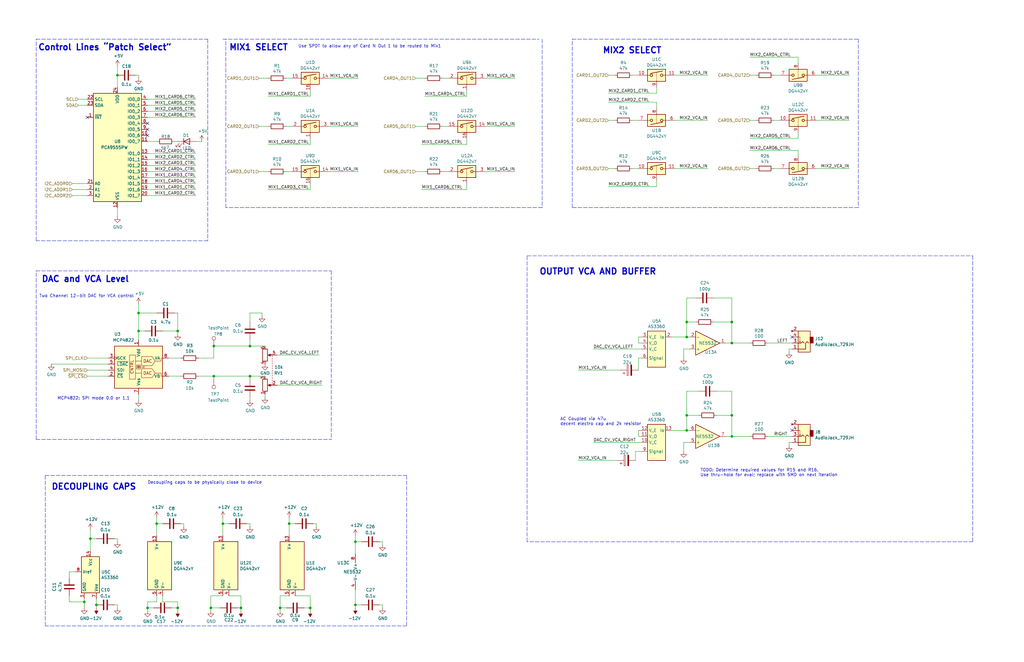
<source format=kicad_sch>
(kicad_sch (version 20230121) (generator eeschema)
  (paper "B")
  (title_block (title "Zoxnoxious Backplane and VCA") (date "2025-06-03") (rev "0.3") (company "Zoxnoxious Engineering"))
  (junction (at 58.42 139.7))
  (junction (at 93.98 220.98))
  (junction (at 149.86 228.6))
  (junction (at 118.11 256.54))
  (junction (at 289.56 175.26))
  (junction (at 90.17 146.05))
  (junction (at 40.64 255.27))
  (junction (at 289.56 135.89))
  (junction (at 74.93 256.54))
  (junction (at 38.1 227.33))
  (junction (at 308.61 144.78))
  (junction (at 105.41 146.05))
  (junction (at 289.56 181.61))
  (junction (at 289.56 142.24))
  (junction (at 35.56 254))
  (junction (at 308.61 135.89))
  (junction (at 49.53 31.75))
  (junction (at 62.23 256.54))
  (junction (at 90.17 158.75))
  (junction (at 149.86 255.27))
  (junction (at 66.04 220.98))
  (junction (at 121.92 220.98))
  (junction (at 88.9 256.54))
  (junction (at 101.6 256.54))
  (junction (at 74.93 139.7))
  (junction (at 308.61 184.15))
  (junction (at 58.42 132.08))
  (junction (at 105.41 158.75))
  (junction (at 308.61 175.26))
  (junction (at 130.81 256.54))
  (no_connect (at 334.01 181.61))
  (no_connect (at 62.23 57.15))
  (no_connect (at 36.83 49.53))
  (no_connect (at 62.23 54.61))
  (no_connect (at 334.01 142.24))
  (no_connect (at 62.23 52.07))
  (wire (pts (xy 283.21 181.61) (xy 289.56 181.61)))
  (wire (pts (xy 111.76 166.37) (xy 111.76 167.64)))
  (wire (pts (xy 288.29 186.69) (xy 288.29 190.5)))
  (wire (pts (xy 62.23 77.47) (xy 82.55 77.47)))
  (wire (pts (xy 308.61 175.26) (xy 308.61 184.15)))
  (wire (pts (xy 302.26 175.26) (xy 308.61 175.26)))
  (wire (pts (xy 100.33 256.54) (xy 101.6 256.54)))
  (wire (pts (xy 74.93 254) (xy 74.93 256.54)))
  (wire (pts (xy 133.35 220.98) (xy 133.35 222.25)))
  (wire (pts (xy 306.07 144.78) (xy 308.61 144.78)))
  (wire (pts (xy 196.85 60.96) (xy 196.85 58.42)))
  (wire (pts (xy 68.58 254) (xy 74.93 254)))
  (wire (pts (xy 57.15 31.75) (xy 58.42 31.75)))
  (wire (pts (xy 243.84 156.21) (xy 261.62 156.21)))
  (wire (pts (xy 58.42 128.27) (xy 58.42 132.08)))
  (polyline (pts (xy 171.45 200.66) (xy 171.45 264.16)) (stroke (width 0) (type dash)))
  (wire (pts (xy 130.81 251.46) (xy 124.46 251.46)))
  (wire (pts (xy 269.24 151.13) (xy 270.51 151.13)))
  (wire (pts (xy 116.84 149.86) (xy 134.62 149.86)))
  (polyline (pts (xy 171.45 264.16) (xy 19.05 264.16)) (stroke (width 0) (type dash)))
  (wire (pts (xy 66.04 226.06) (xy 66.04 220.98)))
  (wire (pts (xy 83.82 151.13) (xy 90.17 151.13)))
  (wire (pts (xy 326.39 71.12) (xy 328.93 71.12)))
  (wire (pts (xy 38.1 227.33) (xy 40.64 227.33)))
  (wire (pts (xy 132.08 220.98) (xy 133.35 220.98)))
  (wire (pts (xy 90.17 146.05) (xy 105.41 146.05)))
  (wire (pts (xy 101.6 251.46) (xy 96.52 251.46)))
  (wire (pts (xy 62.23 44.45) (xy 82.55 44.45)))
  (wire (pts (xy 38.1 232.41) (xy 38.1 227.33)))
  (wire (pts (xy 130.81 60.96) (xy 130.81 58.42)))
  (wire (pts (xy 308.61 135.89) (xy 308.61 125.73)))
  (wire (pts (xy 121.92 251.46) (xy 118.11 251.46)))
  (wire (pts (xy 113.03 80.01) (xy 130.81 80.01)))
  (wire (pts (xy 308.61 184.15) (xy 306.07 184.15)))
  (wire (pts (xy 196.85 80.01) (xy 196.85 77.47)))
  (wire (pts (xy 302.26 165.1) (xy 308.61 165.1)))
  (wire (pts (xy 62.23 64.77) (xy 82.55 64.77)))
  (wire (pts (xy 336.55 24.13) (xy 336.55 26.67)))
  (wire (pts (xy 284.48 31.75) (xy 298.45 31.75)))
  (wire (pts (xy 308.61 165.1) (xy 308.61 175.26)))
  (wire (pts (xy 35.56 254) (xy 35.56 252.73)))
  (polyline (pts (xy 222.25 107.95) (xy 410.21 107.95)) (stroke (width 0) (type dash)))
  (wire (pts (xy 62.23 72.39) (xy 82.55 72.39)))
  (wire (pts (xy 121.92 220.98) (xy 124.46 220.98)))
  (polyline (pts (xy 95.25 87.63) (xy 95.25 16.51)) (stroke (width 0) (type dash)))
  (wire (pts (xy 267.97 190.5) (xy 270.51 190.5)))
  (wire (pts (xy 149.86 248.92) (xy 149.86 255.27)))
  (wire (pts (xy 35.56 256.54) (xy 35.56 254)))
  (wire (pts (xy 90.17 146.05) (xy 90.17 151.13)))
  (wire (pts (xy 93.98 226.06) (xy 93.98 220.98)))
  (wire (pts (xy 62.23 67.31) (xy 82.55 67.31)))
  (wire (pts (xy 259.08 71.12) (xy 256.54 71.12)))
  (wire (pts (xy 120.65 33.02) (xy 123.19 33.02)))
  (wire (pts (xy 336.55 55.88) (xy 336.55 58.42)))
  (wire (pts (xy 90.17 158.75) (xy 90.17 160.02)))
  (wire (pts (xy 344.17 50.8) (xy 358.14 50.8)))
  (wire (pts (xy 48.26 255.27) (xy 49.53 255.27)))
  (wire (pts (xy 186.69 72.39) (xy 189.23 72.39)))
  (wire (pts (xy 308.61 125.73) (xy 300.99 125.73)))
  (wire (pts (xy 76.2 220.98) (xy 77.47 220.98)))
  (wire (pts (xy 152.4 255.27) (xy 149.86 255.27)))
  (polyline (pts (xy 19.05 200.66) (xy 19.05 264.16)) (stroke (width 0) (type dash)))
  (wire (pts (xy 293.37 125.73) (xy 289.56 125.73)))
  (wire (pts (xy 276.86 39.37) (xy 256.54 39.37)))
  (wire (pts (xy 113.03 60.96) (xy 130.81 60.96)))
  (wire (pts (xy 336.55 63.5) (xy 336.55 66.04)))
  (wire (pts (xy 33.02 44.45) (xy 36.83 44.45)))
  (wire (pts (xy 289.56 142.24) (xy 290.83 142.24)))
  (wire (pts (xy 269.24 184.15) (xy 270.51 184.15)))
  (polyline (pts (xy 15.24 101.6) (xy 15.24 16.51)) (stroke (width 0) (type dash)))
  (wire (pts (xy 62.23 49.53) (xy 82.55 49.53)))
  (wire (pts (xy 294.64 165.1) (xy 289.56 165.1)))
  (wire (pts (xy 36.83 156.21) (xy 45.72 156.21)))
  (wire (pts (xy 71.12 158.75) (xy 76.2 158.75)))
  (wire (pts (xy 58.42 132.08) (xy 58.42 139.7)))
  (wire (pts (xy 30.48 77.47) (xy 36.83 77.47)))
  (wire (pts (xy 120.65 53.34) (xy 123.19 53.34)))
  (wire (pts (xy 105.41 168.91) (xy 105.41 167.64)))
  (wire (pts (xy 318.77 71.12) (xy 316.23 71.12)))
  (wire (pts (xy 179.07 53.34) (xy 175.26 53.34)))
  (wire (pts (xy 336.55 58.42) (xy 316.23 58.42)))
  (wire (pts (xy 160.02 228.6) (xy 161.29 228.6)))
  (wire (pts (xy 83.82 158.75) (xy 90.17 158.75)))
  (wire (pts (xy 177.8 80.01) (xy 196.85 80.01)))
  (wire (pts (xy 269.24 142.24) (xy 269.24 144.78)))
  (wire (pts (xy 62.23 254) (xy 66.04 254)))
  (wire (pts (xy 62.23 59.69) (xy 66.04 59.69)))
  (polyline (pts (xy 241.3 87.63) (xy 241.3 16.51)) (stroke (width 0) (type dash)))
  (wire (pts (xy 105.41 146.05) (xy 111.76 146.05)))
  (wire (pts (xy 49.53 36.83) (xy 49.53 31.75)))
  (wire (pts (xy 68.58 251.46) (xy 68.58 254)))
  (wire (pts (xy 276.86 78.74) (xy 256.54 78.74)))
  (wire (pts (xy 308.61 144.78) (xy 316.23 144.78)))
  (wire (pts (xy 269.24 151.13) (xy 269.24 156.21)))
  (wire (pts (xy 270.51 181.61) (xy 269.24 181.61)))
  (wire (pts (xy 113.03 72.39) (xy 109.22 72.39)))
  (wire (pts (xy 118.11 256.54) (xy 120.65 256.54)))
  (wire (pts (xy 29.21 251.46) (xy 29.21 254)))
  (wire (pts (xy 160.02 255.27) (xy 161.29 255.27)))
  (wire (pts (xy 66.04 254) (xy 66.04 251.46)))
  (wire (pts (xy 186.69 33.02) (xy 189.23 33.02)))
  (wire (pts (xy 49.53 255.27) (xy 49.53 256.54)))
  (wire (pts (xy 276.86 36.83) (xy 276.86 39.37)))
  (wire (pts (xy 196.85 40.64) (xy 196.85 38.1)))
  (wire (pts (xy 161.29 255.27) (xy 161.29 256.54)))
  (polyline (pts (xy 361.95 87.63) (xy 241.3 87.63)) (stroke (width 0) (type dash)))
  (wire (pts (xy 283.21 142.24) (xy 289.56 142.24)))
  (wire (pts (xy 40.64 255.27) (xy 40.64 252.73)))
  (wire (pts (xy 104.14 220.98) (xy 105.41 220.98)))
  (wire (pts (xy 88.9 256.54) (xy 92.71 256.54)))
  (wire (pts (xy 243.84 194.31) (xy 260.35 194.31)))
  (polyline (pts (xy 93.98 16.51) (xy 227.33 16.51)) (stroke (width 0) (type dash)))
  (wire (pts (xy 62.23 46.99) (xy 82.55 46.99)))
  (wire (pts (xy 66.04 220.98) (xy 68.58 220.98)))
  (wire (pts (xy 49.53 27.94) (xy 49.53 31.75)))
  (wire (pts (xy 71.12 151.13) (xy 76.2 151.13)))
  (wire (pts (xy 276.86 43.18) (xy 256.54 43.18)))
  (polyline (pts (xy 87.63 101.6) (xy 15.24 101.6)) (stroke (width 0) (type dash)))
  (wire (pts (xy 284.48 71.12) (xy 298.45 71.12)))
  (wire (pts (xy 259.08 31.75) (xy 256.54 31.75)))
  (wire (pts (xy 130.81 256.54) (xy 130.81 251.46)))
  (wire (pts (xy 49.53 91.44) (xy 49.53 87.63)))
  (wire (pts (xy 62.23 82.55) (xy 82.55 82.55)))
  (wire (pts (xy 259.08 50.8) (xy 256.54 50.8)))
  (wire (pts (xy 116.84 162.56) (xy 135.89 162.56)))
  (wire (pts (xy 186.69 53.34) (xy 189.23 53.34)))
  (wire (pts (xy 323.85 184.15) (xy 334.01 184.15)))
  (wire (pts (xy 101.6 256.54) (xy 101.6 251.46)))
  (wire (pts (xy 62.23 80.01) (xy 82.55 80.01)))
  (wire (pts (xy 29.21 241.3) (xy 31.75 241.3)))
  (polyline (pts (xy 241.3 16.51) (xy 361.95 16.51)) (stroke (width 0) (type dash)))
  (wire (pts (xy 336.55 63.5) (xy 316.23 63.5)))
  (wire (pts (xy 270.51 142.24) (xy 269.24 142.24)))
  (wire (pts (xy 300.99 135.89) (xy 308.61 135.89)))
  (wire (pts (xy 62.23 41.91) (xy 82.55 41.91)))
  (wire (pts (xy 90.17 158.75) (xy 105.41 158.75)))
  (wire (pts (xy 40.64 256.54) (xy 40.64 255.27)))
  (wire (pts (xy 62.23 256.54) (xy 62.23 257.81)))
  (polyline (pts (xy 15.24 185.42) (xy 139.7 185.42)) (stroke (width 0) (type dash)))
  (wire (pts (xy 179.07 40.64) (xy 196.85 40.64)))
  (wire (pts (xy 105.41 158.75) (xy 111.76 158.75)))
  (polyline (pts (xy 410.21 107.95) (xy 410.21 228.6)) (stroke (width 0) (type dash)))
  (wire (pts (xy 36.83 151.13) (xy 45.72 151.13)))
  (wire (pts (xy 93.98 220.98) (xy 96.52 220.98)))
  (wire (pts (xy 105.41 132.08) (xy 105.41 135.89)))
  (wire (pts (xy 30.48 80.01) (xy 36.83 80.01)))
  (wire (pts (xy 74.93 132.08) (xy 74.93 139.7)))
  (wire (pts (xy 294.64 175.26) (xy 289.56 175.26)))
  (wire (pts (xy 88.9 256.54) (xy 88.9 257.81)))
  (wire (pts (xy 250.19 186.69) (xy 270.51 186.69)))
  (polyline (pts (xy 228.6 87.63) (xy 95.25 87.63)) (stroke (width 0) (type dash)))
  (wire (pts (xy 121.92 220.98) (xy 121.92 218.44)))
  (wire (pts (xy 72.39 256.54) (xy 74.93 256.54)))
  (polyline (pts (xy 228.6 16.51) (xy 228.6 87.63)) (stroke (width 0) (type dash)))
  (wire (pts (xy 323.85 144.78) (xy 334.01 144.78)))
  (wire (pts (xy 177.8 60.96) (xy 196.85 60.96)))
  (wire (pts (xy 179.07 72.39) (xy 175.26 72.39)))
  (wire (pts (xy 105.41 220.98) (xy 105.41 222.25)))
  (wire (pts (xy 289.56 125.73) (xy 289.56 135.89)))
  (wire (pts (xy 250.19 147.32) (xy 270.51 147.32)))
  (wire (pts (xy 74.93 256.54) (xy 74.93 257.81)))
  (wire (pts (xy 101.6 257.81) (xy 101.6 256.54)))
  (wire (pts (xy 110.49 133.35) (xy 110.49 132.08)))
  (wire (pts (xy 93.98 251.46) (xy 88.9 251.46)))
  (wire (pts (xy 62.23 74.93) (xy 82.55 74.93)))
  (wire (pts (xy 266.7 50.8) (xy 269.24 50.8)))
  (polyline (pts (xy 361.95 16.51) (xy 361.95 87.63)) (stroke (width 0) (type dash)))
  (wire (pts (xy 332.74 147.32) (xy 332.74 148.59)))
  (wire (pts (xy 308.61 144.78) (xy 308.61 135.89)))
  (wire (pts (xy 332.74 186.69) (xy 332.74 187.96)))
  (wire (pts (xy 29.21 254) (xy 35.56 254)))
  (wire (pts (xy 284.48 50.8) (xy 298.45 50.8)))
  (wire (pts (xy 33.02 41.91) (xy 36.83 41.91)))
  (wire (pts (xy 138.43 33.02) (xy 151.13 33.02)))
  (polyline (pts (xy 15.24 16.51) (xy 87.63 16.51)) (stroke (width 0) (type dash)))
  (wire (pts (xy 161.29 228.6) (xy 161.29 229.87)))
  (wire (pts (xy 290.83 147.32) (xy 288.29 147.32)))
  (wire (pts (xy 88.9 251.46) (xy 88.9 256.54)))
  (wire (pts (xy 30.48 82.55) (xy 36.83 82.55)))
  (wire (pts (xy 276.86 43.18) (xy 276.86 45.72)))
  (wire (pts (xy 334.01 147.32) (xy 332.74 147.32)))
  (wire (pts (xy 66.04 220.98) (xy 66.04 218.44)))
  (wire (pts (xy 269.24 181.61) (xy 269.24 184.15)))
  (wire (pts (xy 149.86 233.68) (xy 149.86 228.6)))
  (wire (pts (xy 36.83 158.75) (xy 45.72 158.75)))
  (wire (pts (xy 290.83 186.69) (xy 288.29 186.69)))
  (wire (pts (xy 58.42 139.7) (xy 58.42 143.51)))
  (wire (pts (xy 204.47 53.34) (xy 217.17 53.34)))
  (wire (pts (xy 149.86 256.54) (xy 149.86 255.27)))
  (polyline (pts (xy 410.21 228.6) (xy 222.25 228.6)) (stroke (width 0) (type dash)))
  (wire (pts (xy 121.92 226.06) (xy 121.92 220.98)))
  (wire (pts (xy 58.42 168.91) (xy 58.42 166.37)))
  (wire (pts (xy 113.03 40.64) (xy 130.81 40.64)))
  (wire (pts (xy 58.42 31.75) (xy 58.42 33.02)))
  (wire (pts (xy 45.72 153.67) (xy 21.59 153.67)))
  (wire (pts (xy 130.81 257.81) (xy 130.81 256.54)))
  (wire (pts (xy 318.77 31.75) (xy 316.23 31.75)))
  (wire (pts (xy 113.03 53.34) (xy 109.22 53.34)))
  (wire (pts (xy 128.27 256.54) (xy 130.81 256.54)))
  (wire (pts (xy 344.17 31.75) (xy 358.14 31.75)))
  (wire (pts (xy 267.97 194.31) (xy 267.97 190.5)))
  (polyline (pts (xy 222.25 228.6) (xy 222.25 107.95)) (stroke (width 0) (type dash)))
  (wire (pts (xy 130.81 80.01) (xy 130.81 77.47)))
  (wire (pts (xy 113.03 33.02) (xy 109.22 33.02)))
  (wire (pts (xy 74.93 140.97) (xy 74.93 139.7)))
  (polyline (pts (xy 15.24 114.3) (xy 139.7 114.3)) (stroke (width 0) (type dash)))
  (wire (pts (xy 62.23 256.54) (xy 64.77 256.54)))
  (polyline (pts (xy 87.63 16.51) (xy 87.63 101.6)) (stroke (width 0) (type dash)))
  (wire (pts (xy 344.17 71.12) (xy 358.14 71.12)))
  (wire (pts (xy 289.56 175.26) (xy 289.56 181.61)))
  (polyline (pts (xy 15.24 185.42) (xy 15.24 114.3)) (stroke (width 0) (type dash)))
  (wire (pts (xy 276.86 76.2) (xy 276.86 78.74)))
  (wire (pts (xy 66.04 132.08) (xy 58.42 132.08)))
  (polyline (pts (xy 139.7 114.3) (xy 139.7 185.42)) (stroke (width 0) (type dash)))
  (wire (pts (xy 293.37 135.89) (xy 289.56 135.89)))
  (wire (pts (xy 118.11 251.46) (xy 118.11 256.54)))
  (wire (pts (xy 110.49 132.08) (xy 105.41 132.08)))
  (wire (pts (xy 49.53 227.33) (xy 49.53 228.6)))
  (wire (pts (xy 73.66 59.69) (xy 74.93 59.69)))
  (wire (pts (xy 138.43 53.34) (xy 151.13 53.34)))
  (wire (pts (xy 179.07 33.02) (xy 175.26 33.02)))
  (wire (pts (xy 130.81 40.64) (xy 130.81 38.1)))
  (wire (pts (xy 326.39 31.75) (xy 328.93 31.75)))
  (wire (pts (xy 93.98 220.98) (xy 93.98 218.44)))
  (wire (pts (xy 85.09 59.69) (xy 82.55 59.69)))
  (polyline (pts (xy 19.05 200.66) (xy 171.45 200.66)) (stroke (width 0) (type dash)))
  (wire (pts (xy 120.65 72.39) (xy 123.19 72.39)))
  (wire (pts (xy 38.1 227.33) (xy 38.1 223.52)))
  (wire (pts (xy 138.43 72.39) (xy 151.13 72.39)))
  (wire (pts (xy 288.29 147.32) (xy 288.29 151.13)))
  (wire (pts (xy 62.23 254) (xy 62.23 256.54)))
  (wire (pts (xy 77.47 220.98) (xy 77.47 222.25)))
  (wire (pts (xy 149.86 228.6) (xy 149.86 226.06)))
  (wire (pts (xy 48.26 227.33) (xy 49.53 227.33)))
  (wire (pts (xy 269.24 144.78) (xy 270.51 144.78)))
  (wire (pts (xy 29.21 243.84) (xy 29.21 241.3)))
  (wire (pts (xy 62.23 69.85) (xy 82.55 69.85)))
  (wire (pts (xy 266.7 71.12) (xy 269.24 71.12)))
  (wire (pts (xy 74.93 139.7) (xy 68.58 139.7)))
  (wire (pts (xy 118.11 256.54) (xy 118.11 257.81)))
  (wire (pts (xy 326.39 50.8) (xy 328.93 50.8)))
  (wire (pts (xy 289.56 165.1) (xy 289.56 175.26)))
  (wire (pts (xy 105.41 160.02) (xy 105.41 158.75)))
  (wire (pts (xy 308.61 184.15) (xy 316.23 184.15)))
  (wire (pts (xy 289.56 181.61) (xy 290.83 181.61)))
  (wire (pts (xy 60.96 139.7) (xy 58.42 139.7)))
  (wire (pts (xy 105.41 143.51) (xy 105.41 146.05)))
  (wire (pts (xy 336.55 24.13) (xy 316.23 24.13)))
  (wire (pts (xy 289.56 135.89) (xy 289.56 142.24)))
  (wire (pts (xy 318.77 50.8) (xy 316.23 50.8)))
  (wire (pts (xy 149.86 228.6) (xy 152.4 228.6)))
  (wire (pts (xy 334.01 186.69) (xy 332.74 186.69)))
  (wire (pts (xy 266.7 31.75) (xy 269.24 31.75)))
  (wire (pts (xy 73.66 132.08) (xy 74.93 132.08)))
  (wire (pts (xy 204.47 33.02) (xy 217.17 33.02)))
  (wire (pts (xy 204.47 72.39) (xy 217.17 72.39)))
  (text "Two Channel 12-bit DAC for VCA control" (at 16.51 125.73 0) (effects (font (size 1.27 1.27)) (justify left bottom)))
  (text "DECOUPLING CAPS" (at 21.59 207.01 0) (effects (font (size 2.54 2.54) (thickness 0.508) bold) (justify left bottom)))
  (text "TODO: Determine required values for R15 and R16.\nUse thru-hole for eval; replace with SMD on next iteration" (at 295.275 201.295 0) (effects (font (size 1.27 1.27)) (justify left bottom)))
  (text "Decoupling caps to be physically close to device" (at 110.49 204.47 0) (effects (font (size 1.27 1.27)) (justify right bottom)))
  (text "DAC and VCA Level" (at 54.61 119.38 0) (effects (font (size 2.54 2.54) (thickness 0.508) bold) (justify right bottom)))
  (text "Use SPDT to allow any of Card N Out 1 to be routed to Mix1" (at 125.73 20.32 0) (effects (font (size 1.27 1.27)) (justify left bottom)))
  (text "MIX2 SELECT" (at 254 22.86 0) (effects (font (size 2.54 2.54) (thickness 0.508) bold) (justify left bottom)))
  (text "OUTPUT VCA AND BUFFER" (at 227.33 116.205 0) (effects (font (size 2.54 2.54) (thickness 0.508) bold) (justify left bottom)))
  (text "AC Coupled via 47u\ndecent electro cap and 2k resistor" (at 236.22 179.705 0) (effects (font (size 1.27 1.27)) (justify left bottom)))
  (text "MCP4822: SPI mode 0,0 or 1,1" (at 24.13 168.91 0) (effects (font (size 1.27 1.27)) (justify left bottom)))
  (text "MIX1 SELECT" (at 96.52 21.59 0) (effects (font (size 2.54 2.54) (thickness 0.508) bold) (justify left bottom)))
  (text "Control Lines “Patch Select”" (at 72.39 21.59 0) (effects (font (size 2.54 2.54) (thickness 0.508) bold) (justify right bottom)))
  (label "LEFT" (at 327.66 144.78 0))
  (label "MIX1_CARD1_CTRL" (at 82.55 80.01 180))
  (label "MIX1_VCA_IN" (at 151.13 53.34 180))
  (label "MIX2_CARD3_CTRL" (at 256.54 78.74 0))
  (label "MIX1_CARD6_CTRL" (at 82.55 41.91 180))
  (label "MIX1_CARD4_CTRL" (at 82.55 77.47 180))
  (label "MIX1_CARD3_CTRL" (at 82.55 74.93 180))
  (label "MIX2_CARD1_CTRL" (at 256.54 39.37 0))
  (label "DAC_CV_VCA_LEFT" (at 250.19 147.32 0))
  (label "MIX1_VCA_IN" (at 217.17 33.02 180))
  (label "MIX1_CARD6_CTRL" (at 177.8 80.01 0))
  (label "MIX1_VCA_IN" (at 151.13 72.39 180))
  (label "MIX2_VCA_IN" (at 358.14 71.12 180))
  (label "MIX2_CARD3_CTRL" (at 82.55 69.85 180))
  (label "MIX1_CARD1_CTRL" (at 113.03 40.64 0))
  (label "MIX2_VCA_IN" (at 358.14 50.8 180))
  (label "MIX1_VCA_IN" (at 243.84 156.21 0))
  (label "MIX1_CARD5_CTRL" (at 177.8 60.96 0))
  (label "MIX1_CARD3_CTRL" (at 113.03 80.01 0))
  (label "MIX2_CARD5_CTRL" (at 316.23 58.42 0))
  (label "MIX1_VCA_IN" (at 217.17 72.39 180))
  (label "MIX1_CARD2_CTRL" (at 113.03 60.96 0))
  (label "MIX2_VCA_IN" (at 358.14 31.75 180))
  (label "MIX2_CARD2_CTRL" (at 256.54 43.18 0))
  (label "DAC_CV_VCA_RIGHT" (at 250.19 186.69 0))
  (label "MIX1_CARD5_CTRL" (at 82.55 44.45 180))
  (label "MIX2_CARD4_CTRL" (at 316.23 24.13 0))
  (label "MIX2_CARD4_CTRL" (at 82.55 72.39 180))
  (label "MIX2_VCA_IN" (at 298.45 71.12 180))
  (label "MIX2_VCA_IN" (at 243.84 194.31 0))
  (label "MIX2_CARD6_CTRL" (at 316.23 63.5 0))
  (label "MIX2_CARD1_CTRL" (at 82.55 64.77 180))
  (label "MIX2_CARD5_CTRL" (at 82.55 46.99 180))
  (label "MIX2_CARD2_CTRL" (at 82.55 67.31 180))
  (label "MIX1_VCA_IN" (at 151.13 33.02 180))
  (label "MIX2_CARD6_CTRL" (at 82.55 49.53 180))
  (label "MIX1_CARD2_CTRL" (at 82.55 82.55 180))
  (label "MIX2_VCA_IN" (at 298.45 31.75 180))
  (label "RIGHT" (at 326.39 184.15 0))
  (label "MIX1_VCA_IN" (at 217.17 53.34 180))
  (label "MIX1_CARD4_CTRL" (at 179.07 40.64 0))
  (label "MIX2_VCA_IN" (at 298.45 50.8 180))
  (label "DAC_CV_VCA_RIGHT" (at 135.89 162.56 180))
  (label "DAC_CV_VCA_LEFT" (at 134.62 149.86 180))
  (hierarchical_label "CARD6_OUT1" (shape input) (at 175.26 72.39 180))
  (hierarchical_label "CARD2_OUT2" (shape input) (at 256.54 50.8 180))
  (hierarchical_label "SPI_MOSI" (shape input) (at 36.83 156.21 180))
  (hierarchical_label "CARD6_OUT2" (shape input) (at 316.23 71.12 180))
  (hierarchical_label "CARD5_OUT2" (shape input) (at 316.23 50.8 180))
  (hierarchical_label "CARD1_OUT2" (shape input) (at 256.54 31.75 180))
  (hierarchical_label "CARD4_OUT2" (shape input) (at 316.23 31.75 180))
  (hierarchical_label "~{SPI_CS}" (shape input) (at 36.83 158.75 180))
  (hierarchical_label "SPI_CLK" (shape input) (at 36.83 151.13 180))
  (hierarchical_label "CARD2_OUT1" (shape input) (at 109.22 53.34 180))
  (hierarchical_label "SCL" (shape input) (at 33.02 41.91 180))
  (hierarchical_label "I2C_ADDR1" (shape input) (at 30.48 80.01 180))
  (hierarchical_label "CARD1_OUT1" (shape input) (at 109.22 33.02 180))
  (hierarchical_label "SDA" (shape input) (at 33.02 44.45 180))
  (hierarchical_label "I2C_ADDR2" (shape input) (at 30.48 82.55 180))
  (hierarchical_label "CARD3_OUT2" (shape input) (at 256.54 71.12 180))
  (hierarchical_label "CARD3_OUT1" (shape input) (at 109.22 72.39 180))
  (hierarchical_label "I2C_ADDR0" (shape input) (at 30.48 77.47 180))
  (hierarchical_label "CARD5_OUT1" (shape input) (at 175.26 53.34 180))
  (hierarchical_label "CARD4_OUT1" (shape input) (at 175.26 33.02 180))
  (symbol (lib_id "power:+5V") (at 58.42 128.27 0) (unit 1)
    (property "Reference" "#PWR035" (effects hide))
    (property "Value" "+5V" (at 58.801 123.8758 0))
  )
  (symbol (lib_id "Device:C") (at 64.77 139.7 270) (unit 1)
    (property "Reference" "C3" (at 64.77 135.89 90))
    (property "Value" "0.1u" (at 64.77 143.51 90))
    (property "Footprint" "Capacitor_SMD:C_0603_1608Metric" (effects hide))
    (property "LCSC" "C14663" (effects hide))
  )
  (symbol (lib_id "Device:C") (at 69.85 132.08 270) (unit 1)
    (property "Reference" "C1" (at 69.85 128.27 90))
    (property "Value" "4.7u" (at 69.85 135.89 90))
    (property "Footprint" "Capacitor_SMD:C_0805_2012Metric" (effects hide))
    (property "LCSC" "C1779" (effects hide))
  )
  (symbol (lib_id "power:GND") (at 74.93 140.97 0) (unit 1)
    (property "Reference" "#PWR040" (effects hide))
    (property "Value" "GND" (at 75.057 145.3642 0))
  )
  (symbol (lib_id "power:GND") (at 58.42 168.91 0) (unit 1)
    (property "Reference" "#PWR036" (effects hide))
    (property "Value" "GND" (at 58.547 173.3042 0))
  )
  (symbol (lib_id "Interface_Expansion:PCA9555PW") (at 49.53 62.23 0) (unit 1)
    (property "Reference" "U8" (at 49.53 59.69 0))
    (property "Value" "PCA9555PW" (at 48.26 62.23 0))
    (property "Footprint" "Package_SO:TSSOP-24_4.4x7.8mm_P0.65mm" (effects hide))
    (property "Datasheet" "https://www.nxp.com/docs/en/data-sheet/PCA9555.pdf" (effects hide))
    (property "LCSC" "C83265" (effects hide))
  )
  (symbol (lib_id "Device:C") (at 53.34 31.75 270) (unit 1)
    (property "Reference" "C18" (at 53.34 27.94 90))
    (property "Value" "0.1u" (at 53.34 35.56 90))
    (property "Footprint" "Capacitor_SMD:C_0603_1608Metric" (effects hide))
    (property "LCSC" "C14663" (effects hide))
  )
  (symbol (lib_id "power:+5V") (at 49.53 27.94 0) (unit 1)
    (property "Reference" "#PWR030" (effects hide))
    (property "Value" "+5V" (at 49.911 23.5458 0))
  )
  (symbol (lib_id "power:GND") (at 58.42 33.02 0) (unit 1)
    (property "Reference" "#PWR033" (effects hide))
    (property "Value" "GND" (at 58.547 37.4142 0))
  )
  (symbol (lib_id "power:GND") (at 49.53 91.44 0) (unit 1)
    (property "Reference" "#PWR031" (effects hide))
    (property "Value" "GND" (at 49.657 95.8342 0))
  )
  (symbol (lib_id "vca_backplane:AS3360") (at 276.86 146.05 0) (unit 1)
    (property "Reference" "U5" (at 276.86 135.4582 0))
    (property "Value" "AS3360" (at 276.86 137.7696 0))
    (property "Footprint" "Package_SO:SOIC-14_3.9x8.7mm_P1.27mm" (effects hide))
    (property "Datasheet" "http://www.alfarzpp.lv/eng/sc/AS3360.pdf" (effects hide))
  )
  (symbol (lib_id "vca_backplane:AS3360") (at 276.86 185.42 0) (unit 2)
    (property "Reference" "U5" (at 276.86 174.8282 0))
    (property "Value" "AS3360" (at 276.86 177.1396 0))
    (property "Footprint" "Package_SO:SOIC-14_3.9x8.7mm_P1.27mm" (effects hide))
    (property "Datasheet" "http://www.alfarzpp.lv/eng/sc/AS3360.pdf" (effects hide))
  )
  (symbol (lib_id "vca_backplane:AS3360") (at 38.1 241.3 0) (unit 3)
    (property "Reference" "U5" (at 42.672 241.4016 0) (effects (justify left)))
    (property "Value" "AS3360" (at 42.672 243.713 0) (effects (justify left)))
    (property "Footprint" "Package_SO:SOIC-14_3.9x8.7mm_P1.27mm" (effects hide))
    (property "Datasheet" "http://www.alfarzpp.lv/eng/sc/AS3360.pdf" (effects hide))
  )
  (symbol (lib_id "Device:C") (at 44.45 227.33 90) (unit 1)
    (property "Reference" "C13" (at 44.45 220.98 90))
    (property "Value" "0.1u" (at 44.45 223.52 90))
    (property "Footprint" "Capacitor_SMD:C_0603_1608Metric" (effects hide))
    (property "LCSC" "C14663" (effects hide))
  )
  (symbol (lib_id "power:+12V") (at 38.1 223.52 0) (unit 1)
    (property "Reference" "#PWR034" (effects hide))
    (property "Value" "+12V" (at 38.481 219.1258 0))
  )
  (symbol (lib_id "power:-12V") (at 40.64 256.54 180) (unit 1)
    (property "Reference" "#PWR037" (effects hide))
    (property "Value" "-12V" (at 40.259 260.9342 0))
  )
  (symbol (lib_id "Device:C") (at 44.45 255.27 90) (unit 1)
    (property "Reference" "C10" (at 44.45 248.92 90))
    (property "Value" "0.1u" (at 44.45 251.46 90))
    (property "Footprint" "Capacitor_SMD:C_0603_1608Metric" (effects hide))
    (property "LCSC" "C14663" (effects hide))
  )
  (symbol (lib_id "power:GND") (at 49.53 256.54 0) (unit 1)
    (property "Reference" "#PWR039" (effects hide))
    (property "Value" "GND" (at 49.657 260.9342 0))
  )
  (symbol (lib_id "power:GND") (at 49.53 228.6 0) (unit 1)
    (property "Reference" "#PWR038" (effects hide))
    (property "Value" "GND" (at 49.657 232.9942 0))
  )
  (symbol (lib_id "power:GND") (at 35.56 256.54 0) (unit 1)
    (property "Reference" "#PWR032" (effects hide))
    (property "Value" "GND" (at 35.687 260.9342 0))
  )
  (symbol (lib_id "Device:C") (at 29.21 247.65 180) (unit 1)
    (property "Reference" "C11" (at 22.86 247.65 90))
    (property "Value" "4.7n" (at 25.4 247.65 90))
    (property "Footprint" "Capacitor_SMD:C_0603_1608Metric" (effects hide))
    (property "LCSC" "C53987" (effects hide))
  )
  (symbol (lib_id "Amplifier_Operational:NE5532") (at 298.45 144.78 0) (mirror x) (unit 1)
    (property "Reference" "U13" (at 299.72 148.59 0))
    (property "Value" "NE5532" (at 298.45 144.78 0))
    (property "Footprint" "Package_SO:SOIC-8_3.9x4.9mm_P1.27mm" (effects hide))
    (property "Datasheet" "http://www.ti.com/lit/ds/symlink/ne5532.pdf" (effects hide))
    (property "LCSC" "C7426" (effects hide))
  )
  (symbol (lib_id "Amplifier_Operational:NE5532") (at 298.45 184.15 0) (mirror x) (unit 2)
    (property "Reference" "U13" (at 300.99 187.96 0))
    (property "Value" "NE5532" (at 297.18 184.15 0))
    (property "Footprint" "Package_SO:SOIC-8_3.9x4.9mm_P1.27mm" (effects hide))
    (property "Datasheet" "http://www.ti.com/lit/ds/symlink/ne5532.pdf" (effects hide))
    (property "LCSC" "C7426" (effects hide))
  )
  (symbol (lib_id "power:GND") (at 21.59 153.67 0) (unit 1)
    (property "Reference" "#PWR029" (effects hide))
    (property "Value" "GND" (at 21.717 158.0642 0))
  )
  (symbol (lib_id "Connector:TestPoint") (at 90.17 160.02 180) (unit 1)
    (property "Reference" "TP7" (at 88.9 166.37 0) (effects (justify right)))
    (property "Value" "TestPoint" (at 87.63 168.91 0) (effects (justify right)))
    (property "Footprint" "TestPoint:TestPoint_Pad_2.0x2.0mm" (effects hide))
    (property "Digikey" "952-2664-2-ND" (effects hide))
  )
  (symbol (lib_id "Connector:TestPoint") (at 90.17 146.05 0) (unit 1)
    (property "Reference" "TP8" (at 90.17 140.97 0) (effects (justify left)))
    (property "Value" "TestPoint" (at 87.63 138.43 0) (effects (justify left)))
    (property "Footprint" "TestPoint:TestPoint_Pad_2.0x2.0mm" (effects hide))
    (property "Digikey" "952-2664-2-ND" (effects hide))
  )
  (symbol (lib_id "Device:LED") (at 78.74 59.69 0) (unit 1)
    (property "Reference" "D1" (at 78.486 57.15 0))
    (property "Value" "LED" (at 78.74 62.484 0))
    (property "Footprint" "LED_SMD:LED_0603_1608Metric" (effects hide))
    (property "LCSC" "C2286" (effects hide))
  )
  (symbol (lib_id "Device:R") (at 69.85 59.69 270) (unit 1)
    (property "Reference" "R18" (at 69.85 57.658 90))
    (property "Value" "4k7" (at 69.596 62.23 90))
    (property "Footprint" "Resistor_SMD:R_0603_1608Metric" (effects hide))
    (property "LCSC" "C23162" (effects hide))
  )
  (symbol (lib_id "power:+5V") (at 85.09 59.69 0) (unit 1)
    (property "Reference" "#PWR0172" (effects hide))
    (property "Value" "+5V" (at 85.471 55.2958 0))
  )
  (symbol (lib_id "Device:R") (at 262.89 31.75 270) (unit 1)
    (property "Reference" "R4" (at 262.89 26.4922 90))
    (property "Value" "47k" (at 262.89 28.8036 90))
    (property "Footprint" "Resistor_SMD:R_0603_1608Metric" (effects hide))
    (property "LCSC" "C25819" (effects hide))
  )
  (symbol (lib_id "Device:R") (at 116.84 53.34 270) (unit 1)
    (property "Reference" "R9" (at 116.84 48.0822 90))
    (property "Value" "47k" (at 116.84 50.3936 90))
    (property "Footprint" "Resistor_SMD:R_0603_1608Metric" (effects hide))
    (property "LCSC" "C25819" (effects hide))
  )
  (symbol (lib_id "Device:R") (at 262.89 71.12 270) (unit 1)
    (property "Reference" "R12" (at 262.89 65.8622 90))
    (property "Value" "47k" (at 262.89 68.1736 90))
    (property "Footprint" "Resistor_SMD:R_0603_1608Metric" (effects hide))
    (property "LCSC" "C25819" (effects hide))
  )
  (symbol (lib_id "Device:R") (at 182.88 33.02 270) (unit 1)
    (property "Reference" "R17" (at 182.88 27.7622 90))
    (property "Value" "47k" (at 182.88 30.0736 90))
    (property "Footprint" "Resistor_SMD:R_0603_1608Metric" (effects hide))
    (property "LCSC" "C25819" (effects hide))
  )
  (symbol (lib_id "Device:R") (at 182.88 53.34 270) (unit 1)
    (property "Reference" "R21" (at 182.88 48.0822 90))
    (property "Value" "47k" (at 182.88 50.3936 90))
    (property "Footprint" "Resistor_SMD:R_0603_1608Metric" (effects hide))
    (property "LCSC" "C25819" (effects hide))
  )
  (symbol (lib_id "Device:R") (at 182.88 72.39 270) (unit 1)
    (property "Reference" "R22" (at 182.88 67.1322 90))
    (property "Value" "47k" (at 182.88 69.4436 90))
    (property "Footprint" "Resistor_SMD:R_0603_1608Metric" (effects hide))
    (property "LCSC" "C25819" (effects hide))
  )
  (symbol (lib_id "Device:C") (at 72.39 220.98 90) (unit 1)
    (property "Reference" "C8" (at 72.39 214.63 90))
    (property "Value" "0.1u" (at 72.39 217.17 90))
    (property "Footprint" "Capacitor_SMD:C_0603_1608Metric" (effects hide))
    (property "LCSC" "C14663" (effects hide))
  )
  (symbol (lib_id "power:+12V") (at 66.04 218.44 0) (unit 1)
    (property "Reference" "#PWR0153" (effects hide))
    (property "Value" "+12V" (at 66.421 214.0458 0))
  )
  (symbol (lib_id "power:GND") (at 77.47 222.25 0) (unit 1)
    (property "Reference" "#PWR0154" (effects hide))
    (property "Value" "GND" (at 77.597 226.6442 0))
  )
  (symbol (lib_id "power:-12V") (at 74.93 257.81 180) (unit 1)
    (property "Reference" "#PWR0155" (effects hide))
    (property "Value" "-12V" (at 74.549 262.2042 0))
  )
  (symbol (lib_id "Device:C") (at 68.58 256.54 90) (unit 1)
    (property "Reference" "C17" (at 67.945 262.255 90))
    (property "Value" "0.1u" (at 67.31 260.35 90))
    (property "Footprint" "Capacitor_SMD:C_0603_1608Metric" (effects hide))
    (property "LCSC" "C14663" (effects hide))
  )
  (symbol (lib_id "power:GND") (at 62.23 257.81 0) (unit 1)
    (property "Reference" "#PWR0156" (effects hide))
    (property "Value" "GND" (at 62.357 262.2042 0))
  )
  (symbol (lib_id "Device:C") (at 100.33 220.98 90) (unit 1)
    (property "Reference" "C23" (at 100.33 214.63 90))
    (property "Value" "0.1u" (at 100.33 217.17 90))
    (property "Footprint" "Capacitor_SMD:C_0603_1608Metric" (effects hide))
    (property "LCSC" "C14663" (effects hide))
  )
  (symbol (lib_id "power:+12V") (at 93.98 218.44 0) (unit 1)
    (property "Reference" "#PWR0158" (effects hide))
    (property "Value" "+12V" (at 94.361 214.0458 0))
  )
  (symbol (lib_id "power:GND") (at 105.41 222.25 0) (unit 1)
    (property "Reference" "#PWR0159" (effects hide))
    (property "Value" "GND" (at 105.537 226.6442 0))
  )
  (symbol (lib_id "power:-12V") (at 101.6 257.81 180) (unit 1)
    (property "Reference" "#PWR0160" (effects hide))
    (property "Value" "-12V" (at 101.219 262.2042 0))
  )
  (symbol (lib_id "Device:C") (at 96.52 256.54 90) (unit 1)
    (property "Reference" "C22" (at 96.52 261.62 90))
    (property "Value" "0.1u" (at 96.52 259.715 90))
    (property "Footprint" "Capacitor_SMD:C_0603_1608Metric" (effects hide))
    (property "LCSC" "C14663" (effects hide))
  )
  (symbol (lib_id "power:GND") (at 88.9 257.81 0) (unit 1)
    (property "Reference" "#PWR0162" (effects hide))
    (property "Value" "GND" (at 89.027 262.2042 0))
  )
  (symbol (lib_id "power:GND") (at 288.29 190.5 0) (unit 1)
    (property "Reference" "#PWR0163" (effects hide))
    (property "Value" "GND" (at 288.417 194.8942 0))
  )
  (symbol (lib_id "power:GND") (at 288.29 151.13 0) (unit 1)
    (property "Reference" "#PWR0164" (effects hide))
    (property "Value" "GND" (at 288.417 155.5242 0))
  )
  (symbol (lib_id "Device:R") (at 297.18 135.89 270) (unit 1)
    (property "Reference" "R25" (at 297.18 130.6322 90))
    (property "Value" "47k" (at 297.18 132.9436 90))
    (property "Footprint" "Resistor_SMD:R_0603_1608Metric" (effects hide))
    (property "LCSC" "C25819" (effects hide))
  )
  (symbol (lib_id "Device:C") (at 297.18 125.73 90) (unit 1)
    (property "Reference" "C24" (at 297.18 119.38 90))
    (property "Value" "100p" (at 297.18 121.92 90))
    (property "Footprint" "Capacitor_SMD:C_0603_1608Metric" (effects hide))
    (property "LCSC" "C14858" (effects hide))
  )
  (symbol (lib_id "Device:R") (at 298.45 175.26 270) (unit 1)
    (property "Reference" "R24" (at 298.45 170.0022 90))
    (property "Value" "47k" (at 298.45 172.3136 90))
    (property "Footprint" "Resistor_SMD:R_0603_1608Metric" (effects hide))
    (property "LCSC" "C25819" (effects hide))
  )
  (symbol (lib_id "Device:C") (at 298.45 165.1 90) (unit 1)
    (property "Reference" "C25" (at 298.45 158.75 90))
    (property "Value" "100p" (at 298.45 161.29 90))
    (property "Footprint" "Capacitor_SMD:C_0603_1608Metric" (effects hide))
    (property "LCSC" "C14858" (effects hide))
  )
  (symbol (lib_id "Device:R") (at 320.04 144.78 270) (unit 1)
    (property "Reference" "R28" (at 320.04 139.5222 90))
    (property "Value" "100" (at 320.04 141.8336 90))
    (property "Footprint" "Resistor_SMD:R_0603_1608Metric" (effects hide))
    (property "LCSC" "C22775" (effects hide))
  )
  (symbol (lib_id "Device:R") (at 320.04 184.15 270) (unit 1)
    (property "Reference" "R27" (at 320.04 178.8922 90))
    (property "Value" "100" (at 320.04 181.2036 90))
    (property "Footprint" "Resistor_SMD:R_0603_1608Metric" (effects hide))
    (property "LCSC" "C22775" (effects hide))
  )
  (symbol (lib_id "Amplifier_Operational:NE5532") (at 147.32 241.3 0) (mirror y) (unit 3)
    (property "Reference" "U13" (at 144.78 237.49 0))
    (property "Value" "NE5532" (at 148.59 241.3 0))
    (property "Footprint" "Package_SO:SOIC-8_3.9x4.9mm_P1.27mm" (effects hide))
    (property "Datasheet" "http://www.ti.com/lit/ds/symlink/ne5532.pdf" (effects hide))
    (property "LCSC" "C7426" (effects hide))
  )
  (symbol (lib_id "Device:C") (at 156.21 228.6 90) (unit 1)
    (property "Reference" "C26" (at 156.21 222.25 90))
    (property "Value" "0.1u" (at 156.21 224.79 90))
    (property "Footprint" "Capacitor_SMD:C_0603_1608Metric" (effects hide))
    (property "LCSC" "C14663" (effects hide))
  )
  (symbol (lib_id "power:+12V") (at 149.86 226.06 0) (unit 1)
    (property "Reference" "#PWR026" (effects hide))
    (property "Value" "+12V" (at 150.241 221.6658 0))
  )
  (symbol (lib_id "power:GND") (at 161.29 229.87 0) (unit 1)
    (property "Reference" "#PWR043" (effects hide))
    (property "Value" "GND" (at 161.417 234.2642 0))
  )
  (symbol (lib_id "power:-12V") (at 149.86 256.54 180) (unit 1)
    (property "Reference" "#PWR041" (effects hide))
    (property "Value" "-12V" (at 149.479 260.9342 0))
  )
  (symbol (lib_id "Device:C") (at 156.21 255.27 90) (unit 1)
    (property "Reference" "C27" (at 156.21 248.92 90))
    (property "Value" "0.1u" (at 156.21 251.46 90))
    (property "Footprint" "Capacitor_SMD:C_0603_1608Metric" (effects hide))
    (property "LCSC" "C14663" (effects hide))
  )
  (symbol (lib_id "power:GND") (at 161.29 256.54 0) (unit 1)
    (property "Reference" "#PWR042" (effects hide))
    (property "Value" "GND" (at 161.417 260.9342 0))
  )
  (symbol (lib_id "Analog_DAC:MCP4822") (at 58.42 153.67 0) (unit 1)
    (property "Reference" "U3" (at 49.53 140.97 0))
    (property "Value" "MCP4822" (at 52.07 143.51 0))
    (property "Footprint" "Package_SO:SOIC-8_3.9x4.9mm_P1.27mm" (effects hide))
    (property "Datasheet" "http://ww1.microchip.com/downloads/en/DeviceDoc/20002249B.pdf" (effects hide))
    (property "LCSC" "C16040" (effects hide))
  )
  (symbol (lib_id "Device:R_Potentiometer_Dual") (at 114.3 156.21 270) (mirror x) (unit 1)
    (property "Reference" "RV1" (at 119.38 157.48 90) (effects (justify right)))
    (property "Value" "10k" (at 119.38 154.94 90) (effects (justify right)))
    (property "Footprint" "project_footprints:TRIM_PTN092-H10115K1B" (effects hide))
    (property "Digikey" "PTN092-H10115K1A" (effects hide))
  )
  (symbol (lib_id "Device:R") (at 80.01 151.13 270) (unit 1)
    (property "Reference" "R3" (at 80.01 145.8722 90))
    (property "Value" "10k" (at 80.01 148.1836 90))
    (property "Footprint" "Resistor_SMD:R_0603_1608Metric" (effects hide))
    (property "LCSC" "C25804" (effects hide))
  )
  (symbol (lib_id "Device:R") (at 80.01 158.75 270) (unit 1)
    (property "Reference" "R2" (at 80.01 161.29 90))
    (property "Value" "10k" (at 80.01 163.83 90))
    (property "Footprint" "Resistor_SMD:R_0603_1608Metric" (effects hide))
    (property "LCSC" "C25804" (effects hide))
  )
  (symbol (lib_id "Device:C") (at 105.41 139.7 180) (unit 1)
    (property "Reference" "C6" (at 100.33 137.16 0))
    (property "Value" "0.1u" (at 100.33 139.7 0))
    (property "Footprint" "Capacitor_SMD:C_0603_1608Metric" (effects hide))
    (property "LCSC" "C14663" (effects hide))
  )
  (symbol (lib_id "Device:C") (at 105.41 163.83 180) (unit 1)
    (property "Reference" "C5" (at 100.33 162.56 0))
    (property "Value" "0.1u" (at 100.33 165.1 0))
    (property "Footprint" "Capacitor_SMD:C_0603_1608Metric" (effects hide))
    (property "LCSC" "C14663" (effects hide))
  )
  (symbol (lib_id "power:GND") (at 111.76 167.64 0) (unit 1)
    (property "Reference" "#PWR0170" (effects hide))
    (property "Value" "GND" (at 111.887 172.0342 0))
  )
  (symbol (lib_id "Analog_Switch:DG442xY") (at 336.55 71.12 180) (unit 2)
    (property "Reference" "U12" (at 336.55 75.3801 0))
    (property "Value" "DG442xY" (at 336.55 77.8043 0))
    (property "Footprint" "Package_SO:SOIC-16_3.9x9.9mm_P1.27mm" (effects hide))
    (property "Datasheet" "https://datasheets.maximintegrated.com/en/ds/DG441-DG442.pdf" (effects hide))
    (property "LCSC" "C2673321" (effects hide))
  )
  (symbol (lib_id "Device:R") (at 116.84 33.02 270) (unit 1)
    (property "Reference" "R1" (at 116.84 27.7622 90))
    (property "Value" "47k" (at 116.84 30.0736 90))
    (property "Footprint" "Resistor_SMD:R_0603_1608Metric" (effects hide))
    (property "LCSC" "C25819" (effects hide))
  )
  (symbol (lib_id "Device:R") (at 322.58 31.75 270) (unit 1)
    (property "Reference" "R19" (at 322.58 26.4922 90))
    (property "Value" "47k" (at 322.58 28.8036 90))
    (property "Footprint" "Resistor_SMD:R_0603_1608Metric" (effects hide))
    (property "LCSC" "C25819" (effects hide))
  )
  (symbol (lib_id "Device:R") (at 262.89 50.8 270) (unit 1)
    (property "Reference" "R14" (at 262.89 45.5422 90))
    (property "Value" "47k" (at 262.89 47.8536 90))
    (property "Footprint" "Resistor_SMD:R_0603_1608Metric" (effects hide))
    (property "LCSC" "C25819" (effects hide))
  )
  (symbol (lib_id "power:GND") (at 111.76 153.67 0) (unit 1)
    (property "Reference" "#PWR065" (effects hide))
    (property "Value" "GND" (at 111.76 157.48 0))
  )
  (symbol (lib_id "Analog_Switch:DG442xY") (at 336.55 31.75 180) (unit 2)
    (property "Reference" "U9" (at 336.55 36.0101 0))
    (property "Value" "DG442xY" (at 336.55 38.4343 0))
    (property "Footprint" "Package_SO:SOIC-16_3.9x9.9mm_P1.27mm" (effects hide))
    (property "Datasheet" "https://datasheets.maximintegrated.com/en/ds/DG441-DG442.pdf" (effects hide))
    (property "LCSC" "C2673321" (effects hide))
  )
  (symbol (lib_id "Analog_Switch:DG442xY") (at 196.85 33.02 0) (unit 1)
    (property "Reference" "U9" (at 196.85 26.3357 0))
    (property "Value" "DG442xY" (at 196.85 28.7599 0))
    (property "Footprint" "Package_SO:SOIC-16_3.9x9.9mm_P1.27mm" (effects hide))
    (property "Datasheet" "https://datasheets.maximintegrated.com/en/ds/DG441-DG442.pdf" (effects hide))
    (property "LCSC" "C2673321" (effects hide))
  )
  (symbol (lib_id "Analog_Switch:DG442xY") (at 130.81 72.39 0) (unit 4)
    (property "Reference" "U9" (at 130.81 65.7057 0))
    (property "Value" "DG442xY" (at 130.81 68.1299 0))
    (property "Footprint" "Package_SO:SOIC-16_3.9x9.9mm_P1.27mm" (effects hide))
    (property "Datasheet" "https://datasheets.maximintegrated.com/en/ds/DG441-DG442.pdf" (effects hide))
    (property "LCSC" "C2673321" (effects hide))
  )
  (symbol (lib_id "power:GND") (at 118.11 257.81 0) (unit 1)
    (property "Reference" "#PWR046" (effects hide))
    (property "Value" "GND" (at 118.237 262.2042 0))
  )
  (symbol (lib_id "Device:R") (at 322.58 50.8 270) (unit 1)
    (property "Reference" "R23" (at 322.58 45.5422 90))
    (property "Value" "47k" (at 322.58 47.8536 90))
    (property "Footprint" "Resistor_SMD:R_0603_1608Metric" (effects hide))
    (property "LCSC" "C25819" (effects hide))
  )
  (symbol (lib_id "Device:C_Polarized") (at 265.43 156.21 90) (unit 1)
    (property "Reference" "C19" (at 264.541 150.3512 90))
    (property "Value" "22u" (at 264.541 152.8881 90))
    (property "Footprint" "Capacitor_THT:CP_Radial_D6.3mm_P2.50mm" (effects hide))
    (property "Digikey" "493-10780-1-ND" (effects hide))
  )
  (symbol (lib_id "Device:C") (at 128.27 220.98 90) (unit 1)
    (property "Reference" "C2" (at 128.27 214.63 90))
    (property "Value" "0.1u" (at 128.27 217.17 90))
    (property "Footprint" "Capacitor_SMD:C_0603_1608Metric" (effects hide))
    (property "LCSC" "C14663" (effects hide))
  )
  (symbol (lib_id "power:GND") (at 332.74 187.96 0) (unit 1)
    (property "Reference" "#PWR058" (effects hide))
    (property "Value" "GND" (at 332.867 192.3542 0))
  )
  (symbol (lib_id "power:GND") (at 110.49 133.35 0) (unit 1)
    (property "Reference" "#PWR028" (effects hide))
    (property "Value" "GND" (at 110.617 137.7442 0))
  )
  (symbol (lib_id "Device:R") (at 322.58 71.12 270) (unit 1)
    (property "Reference" "R26" (at 322.58 65.8622 90))
    (property "Value" "47k" (at 322.58 68.1736 90))
    (property "Footprint" "Resistor_SMD:R_0603_1608Metric" (effects hide))
    (property "LCSC" "C25819" (effects hide))
  )
  (symbol (lib_id "Analog_Switch:DG442xY") (at 130.81 53.34 0) (unit 1)
    (property "Reference" "U1" (at 130.81 46.6557 0))
    (property "Value" "DG442xY" (at 130.81 49.0799 0))
    (property "Footprint" "Package_SO:SOIC-16_3.9x9.9mm_P1.27mm" (effects hide))
    (property "Datasheet" "https://datasheets.maximintegrated.com/en/ds/DG441-DG442.pdf" (effects hide))
    (property "LCSC" "C2673321" (effects hide))
  )
  (symbol (lib_id "Analog_Switch:DG442xY") (at 121.92 238.76 0) (unit 5)
    (property "Reference" "U1" (at 129.032 237.5479 0) (effects (justify left)))
    (property "Value" "DG442xY" (at 129.032 239.9721 0) (effects (justify left)))
    (property "Footprint" "Package_SO:SOIC-16_3.9x9.9mm_P1.27mm" (effects hide))
    (property "Datasheet" "https://datasheets.maximintegrated.com/en/ds/DG441-DG442.pdf" (effects hide))
    (property "LCSC" "C2673321" (effects hide))
  )
  (symbol (lib_id "Analog_Switch:DG442xY") (at 276.86 31.75 0) (unit 3)
    (property "Reference" "U1" (at 276.86 25.0657 0))
    (property "Value" "DG442xY" (at 276.86 27.4899 0))
    (property "Footprint" "Package_SO:SOIC-16_3.9x9.9mm_P1.27mm" (effects hide))
    (property "Datasheet" "https://datasheets.maximintegrated.com/en/ds/DG441-DG442.pdf" (effects hide))
    (property "LCSC" "C2673321" (effects hide))
  )
  (symbol (lib_id "Analog_Switch:DG442xY") (at 196.85 53.34 0) (unit 4)
    (property "Reference" "U12" (at 196.85 46.6557 0))
    (property "Value" "DG442xY" (at 196.85 49.0799 0))
    (property "Footprint" "Package_SO:SOIC-16_3.9x9.9mm_P1.27mm" (effects hide))
    (property "Datasheet" "https://datasheets.maximintegrated.com/en/ds/DG441-DG442.pdf" (effects hide))
    (property "LCSC" "C2673321" (effects hide))
  )
  (symbol (lib_id "Analog_Switch:DG442xY") (at 276.86 71.12 0) (unit 3)
    (property "Reference" "U9" (at 276.86 64.4357 0))
    (property "Value" "DG442xY" (at 276.86 66.8599 0))
    (property "Footprint" "Package_SO:SOIC-16_3.9x9.9mm_P1.27mm" (effects hide))
    (property "Datasheet" "https://datasheets.maximintegrated.com/en/ds/DG441-DG442.pdf" (effects hide))
    (property "LCSC" "C2673321" (effects hide))
  )
  (symbol (lib_id "vca_backplane:AudioJack_729JH") (at 339.09 144.78 180) (unit 1)
    (property "Reference" "J12" (at 343.662 142.9329 0) (effects (justify right)))
    (property "Value" "AudioJack_729JH" (at 343.662 145.3571 0) (effects (justify right)))
    (property "Footprint" "project_footprints:Jack_3.5mm_729JH-R_Horizontal" (effects hide))
  )
  (symbol (lib_id "power:GND") (at 133.35 222.25 0) (unit 1)
    (property "Reference" "#PWR049" (effects hide))
    (property "Value" "GND" (at 133.477 226.6442 0))
  )
  (symbol (lib_id "Device:C") (at 124.46 256.54 90) (unit 1)
    (property "Reference" "C9" (at 124.46 261.62 90))
    (property "Value" "0.1u" (at 124.46 259.715 90))
    (property "Footprint" "Capacitor_SMD:C_0603_1608Metric" (effects hide))
    (property "LCSC" "C14663" (effects hide))
  )
  (symbol (lib_id "Analog_Switch:DG442xY") (at 196.85 72.39 0) (unit 1)
    (property "Reference" "U12" (at 196.85 65.7057 0))
    (property "Value" "DG442xY" (at 196.85 68.1299 0))
    (property "Footprint" "Package_SO:SOIC-16_3.9x9.9mm_P1.27mm" (effects hide))
    (property "Datasheet" "https://datasheets.maximintegrated.com/en/ds/DG441-DG442.pdf" (effects hide))
    (property "LCSC" "C2673321" (effects hide))
  )
  (symbol (lib_id "power:+12V") (at 121.92 218.44 0) (unit 1)
    (property "Reference" "#PWR048" (effects hide))
    (property "Value" "+12V" (at 122.301 214.0458 0))
  )
  (symbol (lib_id "Device:C_Polarized") (at 264.16 194.31 90) (unit 1)
    (property "Reference" "C12" (at 263.271 188.4512 90))
    (property "Value" "22u" (at 263.271 190.9881 90))
    (property "Footprint" "Capacitor_THT:CP_Radial_D6.3mm_P2.50mm" (effects hide))
    (property "Datasheet" "https://www.nichicon.co.jp/english/products/pdfs/e-ukw.pdf" (effects hide))
    (property "Digikey" "493-10780-1-ND" (effects hide))
  )
  (symbol (lib_id "Device:R") (at 116.84 72.39 270) (unit 1)
    (property "Reference" "R10" (at 116.84 67.1322 90))
    (property "Value" "47k" (at 116.84 69.4436 90))
    (property "Footprint" "Resistor_SMD:R_0603_1608Metric" (effects hide))
    (property "LCSC" "C25819" (effects hide))
  )
  (symbol (lib_id "Analog_Switch:DG442xY") (at 66.04 238.76 0) (unit 5)
    (property "Reference" "U9" (at 73.152 237.5479 0) (effects (justify left)))
    (property "Value" "DG442xY" (at 73.152 239.9721 0) (effects (justify left)))
    (property "Footprint" "Package_SO:SOIC-16_3.9x9.9mm_P1.27mm" (effects hide))
    (property "Datasheet" "https://datasheets.maximintegrated.com/en/ds/DG441-DG442.pdf" (effects hide))
    (property "LCSC" "C2673321" (effects hide))
  )
  (symbol (lib_id "Analog_Switch:DG442xY") (at 276.86 50.8 180) (unit 2)
    (property "Reference" "U1" (at 276.86 55.0601 0))
    (property "Value" "DG442xY" (at 276.86 57.4843 0))
    (property "Footprint" "Package_SO:SOIC-16_3.9x9.9mm_P1.27mm" (effects hide))
    (property "Datasheet" "https://datasheets.maximintegrated.com/en/ds/DG441-DG442.pdf" (effects hide))
    (property "LCSC" "C2673321" (effects hide))
  )
  (symbol (lib_id "power:GND") (at 332.74 148.59 0) (unit 1)
    (property "Reference" "#PWR057" (effects hide))
    (property "Value" "GND" (at 332.867 152.9842 0))
  )
  (symbol (lib_id "Analog_Switch:DG442xY") (at 130.81 33.02 0) (unit 4)
    (property "Reference" "U1" (at 130.81 26.3357 0))
    (property "Value" "DG442xY" (at 130.81 28.7599 0))
    (property "Footprint" "Package_SO:SOIC-16_3.9x9.9mm_P1.27mm" (effects hide))
    (property "Datasheet" "https://datasheets.maximintegrated.com/en/ds/DG441-DG442.pdf" (effects hide))
    (property "LCSC" "C2673321" (effects hide))
  )
  (symbol (lib_id "Analog_Switch:DG442xY") (at 336.55 50.8 0) (unit 3)
    (property "Reference" "U12" (at 336.55 44.1157 0))
    (property "Value" "DG442xY" (at 336.55 46.5399 0))
    (property "Footprint" "Package_SO:SOIC-16_3.9x9.9mm_P1.27mm" (effects hide))
    (property "Datasheet" "https://datasheets.maximintegrated.com/en/ds/DG441-DG442.pdf" (effects hide))
    (property "LCSC" "C2673321" (effects hide))
  )
  (symbol (lib_id "vca_backplane:AudioJack_729JH") (at 339.09 184.15 180) (unit 1)
    (property "Reference" "J8" (at 343.662 182.3029 0) (effects (justify right)))
    (property "Value" "AudioJack_729JH" (at 343.662 184.7271 0) (effects (justify right)))
    (property "Footprint" "project_footprints:Jack_3.5mm_729JH-R_Horizontal" (effects hide))
  )
  (symbol (lib_id "Analog_Switch:DG442xY") (at 93.98 238.76 0) (unit 5)
    (property "Reference" "U12" (at 101.092 237.5479 0) (effects (justify left)))
    (property "Value" "DG442xY" (at 101.092 239.9721 0) (effects (justify left)))
    (property "Footprint" "Package_SO:SOIC-16_3.9x9.9mm_P1.27mm" (effects hide))
    (property "Datasheet" "https://datasheets.maximintegrated.com/en/ds/DG441-DG442.pdf" (effects hide))
    (property "LCSC" "C2673321" (effects hide))
  )
  (symbol (lib_id "power:-12V") (at 130.81 257.81 180) (unit 1)
    (property "Reference" "#PWR047" (effects hide))
    (property "Value" "-12V" (at 130.429 262.2042 0))
  )
  (symbol (lib_id "power:GND") (at 105.41 168.91 0) (unit 1)
    (property "Reference" "#PWR027" (effects hide))
    (property "Value" "GND" (at 105.537 173.3042 0))
  )
)
</source>
